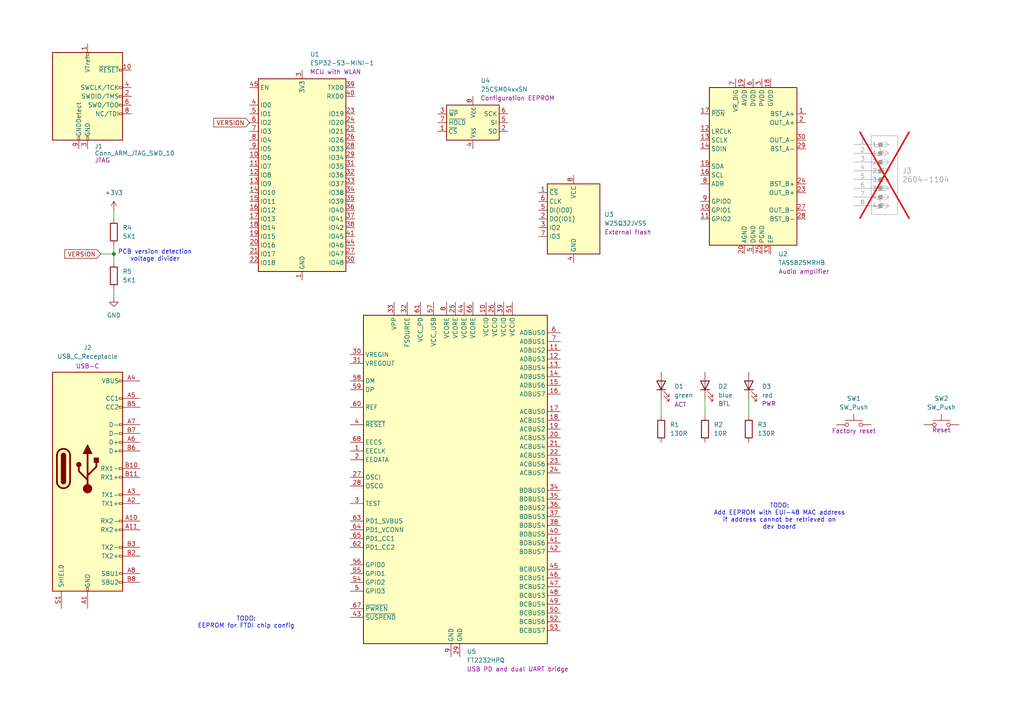
<source format=kicad_sch>
(kicad_sch (version 20231120) (generator "eeschema") (generator_version "8.0")
  (paper "A4")
  (title_block (title "soundbox"))
  (lib_symbols
    (symbol "Amplifier_Audio:TAS5825MRHB"
      (property "Reference" "U" (at -11.43 24.13 0))
      (property "Value" "TAS5825MRHB" (at 13.97 24.13 0))
      (symbol "TAS5825MRHB_0_1"
        (rectangle (start -12.7 22.86) (end 12.7 -22.86) (stroke (width 0.254)) (fill (type background)))
      )
      (symbol "TAS5825MRHB_1_1"
        (pin passive line (at 15.24 15.24 180) (length 2.54) (name "BST_A+") (number "1"))
        (pin bidirectional line (at -15.24 -12.7 0) (length 2.54) (name "GPIO1") (number "10"))
        (pin bidirectional line (at -15.24 -15.24 0) (length 2.54) (name "GPIO2") (number "11"))
        (pin input line (at -15.24 10.16 0) (length 2.54) (name "LRCLK") (number "12"))
        (pin input line (at -15.24 7.62 0) (length 2.54) (name "SCLK") (number "13"))
        (pin input line (at -15.24 5.08 0) (length 2.54) (name "SDIN") (number "14"))
        (pin bidirectional line (at -15.24 0 0) (length 2.54) (name "SDA") (number "15"))
        (pin input line (at -15.24 -2.54 0) (length 2.54) (name "SCL") (number "16"))
        (pin input line (at -15.24 15.24 0) (length 2.54) (name "~{PDN}") (number "17"))
        (pin passive line (at 5.08 25.4 270) (length 2.54) (name "GVDD") (number "18"))
        (pin passive line (at -2.54 25.4 270) (length 2.54) (name "AVDD") (number "19"))
        (pin output line (at 15.24 12.7 180) (length 2.54) (name "OUT_A+") (number "2"))
        (pin power_in line (at -2.54 -25.4 90) (length 2.54) (name "AGND") (number "20"))
        (pin passive line (at 2.54 25.4 270) (length 2.54) hide (name "PVDD") (number "21"))
        (pin passive line (at 2.54 25.4 270) (length 2.54) hide (name "PVDD") (number "22"))
        (pin output line (at 15.24 -7.62 180) (length 2.54) (name "OUT_B+") (number "23"))
        (pin passive line (at 15.24 -5.08 180) (length 2.54) (name "BST_B+") (number "24"))
        (pin power_in line (at 2.54 -25.4 90) (length 2.54) (name "PGND") (number "25"))
        (pin passive line (at 2.54 -25.4 90) (length 2.54) hide (name "PGND") (number "26"))
        (pin output line (at 15.24 -12.7 180) (length 2.54) (name "OUT_B-") (number "27"))
        (pin passive line (at 15.24 -15.24 180) (length 2.54) (name "BST_B-") (number "28"))
        (pin passive line (at 15.24 5.08 180) (length 2.54) (name "BST_A-") (number "29"))
        (pin power_in line (at 2.54 25.4 270) (length 2.54) (name "PVDD") (number "3"))
        (pin output line (at 15.24 7.62 180) (length 2.54) (name "OUT_A-") (number "30"))
        (pin passive line (at 2.54 -25.4 90) (length 2.54) hide (name "PGND") (number "31"))
        (pin passive line (at 2.54 -25.4 90) (length 2.54) hide (name "PGND") (number "32"))
        (pin passive line (at 5.08 -25.4 90) (length 2.54) (name "EP") (number "33"))
        (pin passive line (at 2.54 25.4 270) (length 2.54) hide (name "PVDD") (number "4"))
        (pin power_in line (at 0 -25.4 90) (length 2.54) (name "DGND") (number "5"))
        (pin power_in line (at 0 25.4 270) (length 2.54) (name "DVDD") (number "6"))
        (pin passive line (at -5.08 25.4 270) (length 2.54) (name "VR_DIG") (number "7"))
        (pin passive line (at -15.24 -5.08 0) (length 2.54) (name "ADR") (number "8"))
        (pin bidirectional line (at -15.24 -10.16 0) (length 2.54) (name "GPIO0") (number "9"))
      )
    )
    (symbol "Connector:Conn_ARM_JTAG_SWD_10" (pin_names (offset 1.016))
      (property "Reference" "J" (at -2.54 16.51 0))
      (property "Value" "Conn_ARM_JTAG_SWD_10" (at -2.54 13.97 0))
      (symbol "Conn_ARM_JTAG_SWD_10_0_1"
        (rectangle (start -10.16 12.7) (end 10.16 -12.7) (stroke (width 0.254)) (fill (type background)))
        (rectangle (start -2.794 -12.7) (end -2.286 -11.684))
        (rectangle (start -0.254 -12.7) (end 0.254 -11.684))
        (rectangle (start -0.254 12.7) (end 0.254 11.684))
        (rectangle (start 9.144 2.286) (end 10.16 2.794))
        (rectangle (start 10.16 -2.794) (end 9.144 -2.286))
        (rectangle (start 10.16 -0.254) (end 9.144 0.254))
        (rectangle (start 10.16 7.874) (end 9.144 7.366))
      )
      (symbol "Conn_ARM_JTAG_SWD_10_1_1"
        (rectangle (start 9.144 -5.334) (end 10.16 -4.826))
        (pin power_in line (at 0 15.24 270) (length 2.54) (name "VTref") (number "1"))
        (pin open_collector line (at 12.7 7.62 180) (length 2.54) (name "~{RESET}") (number "10"))
        (pin bidirectional line (at 12.7 0 180) (length 2.54) (name "SWDIO/TMS") (number "2"))
        (pin power_in line (at 0 -15.24 90) (length 2.54) (name "GND") (number "3"))
        (pin output line (at 12.7 2.54 180) (length 2.54) (name "SWCLK/TCK") (number "4"))
        (pin passive line (at 0 -15.24 90) (length 2.54) hide (name "GND") (number "5"))
        (pin input line (at 12.7 -2.54 180) (length 2.54) (name "SWO/TDO") (number "6"))
        (pin no_connect line (at -10.16 0 0) (length 2.54) hide (name "KEY") (number "7"))
        (pin output line (at 12.7 -5.08 180) (length 2.54) (name "NC/TDI") (number "8"))
        (pin passive line (at -2.54 -15.24 90) (length 2.54) (name "GNDDetect") (number "9"))
      )
    )
    (symbol "Connector:USB_C_Receptacle" (pin_names (offset 1.016))
      (property "Reference" "J" (at -10.16 29.21 0))
      (property "Value" "USB_C_Receptacle" (at 10.16 29.21 0))
      (symbol "USB_C_Receptacle_0_0"
        (rectangle (start -0.254 -35.56) (end 0.254 -34.544))
        (rectangle (start 10.16 -32.766) (end 9.144 -33.274))
        (rectangle (start 10.16 -30.226) (end 9.144 -30.734))
        (rectangle (start 10.16 -25.146) (end 9.144 -25.654))
        (rectangle (start 10.16 -22.606) (end 9.144 -23.114))
        (rectangle (start 10.16 -17.526) (end 9.144 -18.034))
        (rectangle (start 10.16 -14.986) (end 9.144 -15.494))
        (rectangle (start 10.16 -9.906) (end 9.144 -10.414))
        (rectangle (start 10.16 -7.366) (end 9.144 -7.874))
        (rectangle (start 10.16 -2.286) (end 9.144 -2.794))
        (rectangle (start 10.16 0.254) (end 9.144 -0.254))
        (rectangle (start 10.16 5.334) (end 9.144 4.826))
        (rectangle (start 10.16 7.874) (end 9.144 7.366))
        (rectangle (start 10.16 10.414) (end 9.144 9.906))
        (rectangle (start 10.16 12.954) (end 9.144 12.446))
        (rectangle (start 10.16 18.034) (end 9.144 17.526))
        (rectangle (start 10.16 20.574) (end 9.144 20.066))
        (rectangle (start 10.16 25.654) (end 9.144 25.146))
      )
      (symbol "USB_C_Receptacle_0_1"
        (rectangle (start -10.16 27.94) (end 10.16 -35.56) (stroke (width 0.254)) (fill (type background)))
        (arc (start -8.89 -3.81) (mid -6.985 -5.7067) (end -5.08 -3.81) (stroke (width 0.508)))
        (arc (start -7.62 -3.81) (mid -6.985 -4.4423) (end -6.35 -3.81) (stroke (width 0.254)))
        (arc (start -7.62 -3.81) (mid -6.985 -4.4423) (end -6.35 -3.81) (stroke (width 0.254)) (fill (type outline)))
        (rectangle (start -7.62 -3.81) (end -6.35 3.81) (stroke (width 0.254)) (fill (type outline)))
        (arc (start -6.35 3.81) (mid -6.985 4.4423) (end -7.62 3.81) (stroke (width 0.254)))
        (arc (start -6.35 3.81) (mid -6.985 4.4423) (end -7.62 3.81) (stroke (width 0.254)) (fill (type outline)))
        (arc (start -5.08 3.81) (mid -6.985 5.7067) (end -8.89 3.81) (stroke (width 0.508)))
        (polyline (pts (xy -8.89 -3.81) (xy -8.89 3.81)) (stroke (width 0.508)))
        (polyline (pts (xy -5.08 3.81) (xy -5.08 -3.81)) (stroke (width 0.508)))
      )
      (symbol "USB_C_Receptacle_1_1"
        (circle (center -2.54 1.143) (radius 0.635) (stroke (width 0.254)) (fill (type outline)))
        (circle (center 0 -5.842) (radius 1.27) (fill (type outline)))
        (polyline (pts (xy 0 -5.842) (xy 0 4.318)) (stroke (width 0.508)))
        (polyline (pts (xy 0 -3.302) (xy -2.54 -0.762) (xy -2.54 0.508)) (stroke (width 0.508)))
        (polyline (pts (xy 0 -2.032) (xy 2.54 0.508) (xy 2.54 1.778)) (stroke (width 0.508)))
        (polyline (pts (xy -1.27 4.318) (xy 0 6.858) (xy 1.27 4.318) (xy -1.27 4.318)) (stroke (width 0.254)) (fill (type outline)))
        (rectangle (start 1.905 1.778) (end 3.175 3.048) (stroke (width 0.254)) (fill (type outline)))
        (pin passive line (at 0 -40.64 90) (length 5.08) (name "GND") (number "A1"))
        (pin bidirectional line (at 15.24 -15.24 180) (length 5.08) (name "RX2-") (number "A10"))
        (pin bidirectional line (at 15.24 -17.78 180) (length 5.08) (name "RX2+") (number "A11"))
        (pin passive line (at 0 -40.64 90) (length 5.08) hide (name "GND") (number "A12"))
        (pin bidirectional line (at 15.24 -10.16 180) (length 5.08) (name "TX1+") (number "A2"))
        (pin bidirectional line (at 15.24 -7.62 180) (length 5.08) (name "TX1-") (number "A3"))
        (pin passive line (at 15.24 25.4 180) (length 5.08) (name "VBUS") (number "A4"))
        (pin bidirectional line (at 15.24 20.32 180) (length 5.08) (name "CC1") (number "A5"))
        (pin bidirectional line (at 15.24 7.62 180) (length 5.08) (name "D+") (number "A6"))
        (pin bidirectional line (at 15.24 12.7 180) (length 5.08) (name "D-") (number "A7"))
        (pin bidirectional line (at 15.24 -30.48 180) (length 5.08) (name "SBU1") (number "A8"))
        (pin passive line (at 15.24 25.4 180) (length 5.08) hide (name "VBUS") (number "A9"))
        (pin passive line (at 0 -40.64 90) (length 5.08) hide (name "GND") (number "B1"))
        (pin bidirectional line (at 15.24 0 180) (length 5.08) (name "RX1-") (number "B10"))
        (pin bidirectional line (at 15.24 -2.54 180) (length 5.08) (name "RX1+") (number "B11"))
        (pin passive line (at 0 -40.64 90) (length 5.08) hide (name "GND") (number "B12"))
        (pin bidirectional line (at 15.24 -25.4 180) (length 5.08) (name "TX2+") (number "B2"))
        (pin bidirectional line (at 15.24 -22.86 180) (length 5.08) (name "TX2-") (number "B3"))
        (pin passive line (at 15.24 25.4 180) (length 5.08) hide (name "VBUS") (number "B4"))
        (pin bidirectional line (at 15.24 17.78 180) (length 5.08) (name "CC2") (number "B5"))
        (pin bidirectional line (at 15.24 5.08 180) (length 5.08) (name "D+") (number "B6"))
        (pin bidirectional line (at 15.24 10.16 180) (length 5.08) (name "D-") (number "B7"))
        (pin bidirectional line (at 15.24 -33.02 180) (length 5.08) (name "SBU2") (number "B8"))
        (pin passive line (at 15.24 25.4 180) (length 5.08) hide (name "VBUS") (number "B9"))
        (pin passive line (at -7.62 -40.64 90) (length 5.08) (name "SHIELD") (number "S1"))
      )
    )
    (symbol "Device:LED" (pin_numbers hide) (pin_names (offset 1.016) hide)
      (property "Reference" "D" (at 0 2.54 0))
      (property "Value" "LED" (at 0 -2.54 0))
      (symbol "LED_0_1"
        (polyline (pts (xy -1.27 -1.27) (xy -1.27 1.27)) (stroke (width 0.254)))
        (polyline (pts (xy -1.27 0) (xy 1.27 0)))
        (polyline (pts (xy 1.27 -1.27) (xy 1.27 1.27) (xy -1.27 0) (xy 1.27 -1.27)) (stroke (width 0.254)))
        (polyline (pts (xy -3.048 -0.762) (xy -4.572 -2.286) (xy -3.81 -2.286) (xy -4.572 -2.286) (xy -4.572 -1.524)))
        (polyline (pts (xy -1.778 -0.762) (xy -3.302 -2.286) (xy -2.54 -2.286) (xy -3.302 -2.286) (xy -3.302 -1.524)))
      )
      (symbol "LED_1_1"
        (pin passive line (at -3.81 0 0) (length 2.54) (name "K") (number "1"))
        (pin passive line (at 3.81 0 180) (length 2.54) (name "A") (number "2"))
      )
    )
    (symbol "Device:R" (pin_numbers hide) (pin_names (offset 0))
      (property "Reference" "R" (at 2.032 0 90))
      (property "Value" "R" (at 0 0 90))
      (symbol "R_0_1"
        (rectangle (start -1.016 -2.54) (end 1.016 2.54) (stroke (width 0.254)))
      )
      (symbol "R_1_1"
        (pin passive line (at 0 3.81 270) (length 1.27) (name "~") (number "1"))
        (pin passive line (at 0 -3.81 90) (length 1.27) (name "~") (number "2"))
      )
    )
    (symbol "Memory_EEPROM:25CSM04xxSN"
      (property "Reference" "U3" (at 1.9559 8.89 0))
      (property "Value" "25CSM04xxSN" (at 1.9559 6.35 0))
      (symbol "25CSM04xxSN_1_1"
        (rectangle (start -7.62 5.08) (end 7.62 -5.08) (stroke (width 0.254)) (fill (type background)))
        (pin input line (at -10.16 -2.54 0) (length 2.54) (name "~{CS}") (number "1"))
        (pin tri_state line (at 10.16 -2.54 180) (length 2.54) (name "SO") (number "2"))
        (pin input line (at -10.16 2.54 0) (length 2.54) (name "~{WP}") (number "3"))
        (pin power_in line (at 0 -7.62 90) (length 2.54) (name "V_{SS}") (number "4"))
        (pin input line (at 10.16 0 180) (length 2.54) (name "SI") (number "5"))
        (pin input line (at 10.16 2.54 180) (length 2.54) (name "SCK") (number "6"))
        (pin input line (at -10.16 0 0) (length 2.54) (name "~{HOLD}") (number "7"))
        (pin power_in line (at 0 7.62 270) (length 2.54) (name "V_{CC}") (number "8"))
      )
    )
    (symbol "Memory_Flash:W25Q32JVSS"
      (property "Reference" "U" (at -6.35 11.43 0))
      (property "Value" "W25Q32JVSS" (at 7.62 11.43 0))
      (symbol "W25Q32JVSS_0_1"
        (rectangle (start -7.62 10.16) (end 7.62 -10.16) (stroke (width 0.254)) (fill (type background)))
      )
      (symbol "W25Q32JVSS_1_1"
        (pin input line (at -10.16 7.62 0) (length 2.54) (name "~{CS}") (number "1"))
        (pin bidirectional line (at -10.16 0 0) (length 2.54) (name "DO(IO1)") (number "2"))
        (pin bidirectional line (at -10.16 -2.54 0) (length 2.54) (name "IO2") (number "3"))
        (pin power_in line (at 0 -12.7 90) (length 2.54) (name "GND") (number "4"))
        (pin bidirectional line (at -10.16 2.54 0) (length 2.54) (name "DI(IO0)") (number "5"))
        (pin input line (at -10.16 5.08 0) (length 2.54) (name "CLK") (number "6"))
        (pin bidirectional line (at -10.16 -5.08 0) (length 2.54) (name "IO3") (number "7"))
        (pin power_in line (at 0 12.7 270) (length 2.54) (name "VCC") (number "8"))
      )
    )
    (symbol "RF_Module:ESP32-S3-MINI-1"
      (property "Reference" "U" (at -11.43 29.21 0))
      (property "Value" "ESP32-S3-MINI-1" (at 12.7 29.21 0))
      (symbol "ESP32-S3-MINI-1_0_1"
        (rectangle (start -12.7 27.94) (end 12.7 -27.94) (stroke (width 0.254)) (fill (type background)))
      )
      (symbol "ESP32-S3-MINI-1_1_1"
        (pin power_in line (at 0 -30.48 90) (length 2.54) (name "GND") (number "1"))
        (pin bidirectional line (at -15.24 5.08 0) (length 2.54) (name "IO6") (number "10"))
        (pin bidirectional line (at -15.24 2.54 0) (length 2.54) (name "IO7") (number "11"))
        (pin bidirectional line (at -15.24 0 0) (length 2.54) (name "IO8") (number "12"))
        (pin bidirectional line (at -15.24 -2.54 0) (length 2.54) (name "IO9") (number "13"))
        (pin bidirectional line (at -15.24 -5.08 0) (length 2.54) (name "IO10") (number "14"))
        (pin bidirectional line (at -15.24 -7.62 0) (length 2.54) (name "IO11") (number "15"))
        (pin bidirectional line (at -15.24 -10.16 0) (length 2.54) (name "IO12") (number "16"))
        (pin bidirectional line (at -15.24 -12.7 0) (length 2.54) (name "IO13") (number "17"))
        (pin bidirectional line (at -15.24 -15.24 0) (length 2.54) (name "IO14") (number "18"))
        (pin bidirectional line (at -15.24 -17.78 0) (length 2.54) (name "IO15") (number "19"))
        (pin passive line (at 0 -30.48 90) (length 2.54) hide (name "GND") (number "2"))
        (pin bidirectional line (at -15.24 -20.32 0) (length 2.54) (name "IO16") (number "20"))
        (pin bidirectional line (at -15.24 -22.86 0) (length 2.54) (name "IO17") (number "21"))
        (pin bidirectional line (at -15.24 -25.4 0) (length 2.54) (name "IO18") (number "22"))
        (pin bidirectional line (at 15.24 17.78 180) (length 2.54) (name "IO19") (number "23"))
        (pin bidirectional line (at 15.24 15.24 180) (length 2.54) (name "IO20") (number "24"))
        (pin bidirectional line (at 15.24 12.7 180) (length 2.54) (name "IO21") (number "25"))
        (pin bidirectional line (at 15.24 10.16 180) (length 2.54) (name "IO26") (number "26"))
        (pin bidirectional line (at 15.24 -22.86 180) (length 2.54) (name "IO47") (number "27"))
        (pin bidirectional line (at 15.24 7.62 180) (length 2.54) (name "IO33") (number "28"))
        (pin bidirectional line (at 15.24 5.08 180) (length 2.54) (name "IO34") (number "29"))
        (pin power_in line (at 0 30.48 270) (length 2.54) (name "3V3") (number "3"))
        (pin bidirectional line (at 15.24 -25.4 180) (length 2.54) (name "IO48") (number "30"))
        (pin bidirectional line (at 15.24 2.54 180) (length 2.54) (name "IO35") (number "31"))
        (pin bidirectional line (at 15.24 0 180) (length 2.54) (name "IO36") (number "32"))
        (pin bidirectional line (at 15.24 -2.54 180) (length 2.54) (name "IO37") (number "33"))
        (pin bidirectional line (at 15.24 -5.08 180) (length 2.54) (name "IO38") (number "34"))
        (pin bidirectional line (at 15.24 -7.62 180) (length 2.54) (name "IO39") (number "35"))
        (pin bidirectional line (at 15.24 -10.16 180) (length 2.54) (name "IO40") (number "36"))
        (pin bidirectional line (at 15.24 -12.7 180) (length 2.54) (name "IO41") (number "37"))
        (pin bidirectional line (at 15.24 -15.24 180) (length 2.54) (name "IO42") (number "38"))
        (pin bidirectional line (at 15.24 25.4 180) (length 2.54) (name "TXD0") (number "39"))
        (pin bidirectional line (at -15.24 20.32 0) (length 2.54) (name "IO0") (number "4"))
        (pin bidirectional line (at 15.24 22.86 180) (length 2.54) (name "RXD0") (number "40"))
        (pin bidirectional line (at 15.24 -17.78 180) (length 2.54) (name "IO45") (number "41"))
        (pin passive line (at 0 -30.48 90) (length 2.54) hide (name "GND") (number "42"))
        (pin passive line (at 0 -30.48 90) (length 2.54) hide (name "GND") (number "43"))
        (pin bidirectional line (at 15.24 -20.32 180) (length 2.54) (name "IO46") (number "44"))
        (pin input line (at -15.24 25.4 0) (length 2.54) (name "EN") (number "45"))
        (pin passive line (at 0 -30.48 90) (length 2.54) hide (name "GND") (number "46"))
        (pin passive line (at 0 -30.48 90) (length 2.54) hide (name "GND") (number "47"))
        (pin passive line (at 0 -30.48 90) (length 2.54) hide (name "GND") (number "48"))
        (pin passive line (at 0 -30.48 90) (length 2.54) hide (name "GND") (number "49"))
        (pin bidirectional line (at -15.24 17.78 0) (length 2.54) (name "IO1") (number "5"))
        (pin passive line (at 0 -30.48 90) (length 2.54) hide (name "GND") (number "50"))
        (pin passive line (at 0 -30.48 90) (length 2.54) hide (name "GND") (number "51"))
        (pin passive line (at 0 -30.48 90) (length 2.54) hide (name "GND") (number "52"))
        (pin passive line (at 0 -30.48 90) (length 2.54) hide (name "GND") (number "53"))
        (pin passive line (at 0 -30.48 90) (length 2.54) hide (name "GND") (number "54"))
        (pin passive line (at 0 -30.48 90) (length 2.54) hide (name "GND") (number "55"))
        (pin passive line (at 0 -30.48 90) (length 2.54) hide (name "GND") (number "56"))
        (pin passive line (at 0 -30.48 90) (length 2.54) hide (name "GND") (number "57"))
        (pin passive line (at 0 -30.48 90) (length 2.54) hide (name "GND") (number "58"))
        (pin passive line (at 0 -30.48 90) (length 2.54) hide (name "GND") (number "59"))
        (pin bidirectional line (at -15.24 15.24 0) (length 2.54) (name "IO2") (number "6"))
        (pin passive line (at 0 -30.48 90) (length 2.54) hide (name "GND") (number "60"))
        (pin passive line (at 0 -30.48 90) (length 2.54) hide (name "GND") (number "61"))
        (pin passive line (at 0 -30.48 90) (length 2.54) hide (name "GND") (number "62"))
        (pin passive line (at 0 -30.48 90) (length 2.54) hide (name "GND") (number "63"))
        (pin passive line (at 0 -30.48 90) (length 2.54) hide (name "GND") (number "64"))
        (pin passive line (at 0 -30.48 90) (length 2.54) hide (name "GND") (number "65"))
        (pin bidirectional line (at -15.24 12.7 0) (length 2.54) (name "IO3") (number "7"))
        (pin bidirectional line (at -15.24 10.16 0) (length 2.54) (name "IO4") (number "8"))
        (pin bidirectional line (at -15.24 7.62 0) (length 2.54) (name "IO5") (number "9"))
      )
    )
    (symbol "Switch:SW_Push" (pin_numbers hide) (pin_names (offset 1.016) hide)
      (property "Reference" "SW" (at 1.27 2.54 0))
      (property "Value" "SW_Push" (at 0 -1.524 0))
      (symbol "SW_Push_0_1"
        (circle (center -2.032 0) (radius 0.508))
        (polyline (pts (xy 0 1.27) (xy 0 3.048)))
        (polyline (pts (xy 2.54 1.27) (xy -2.54 1.27)))
        (circle (center 2.032 0) (radius 0.508))
        (pin passive line (at -5.08 0 0) (length 2.54) (name "1") (number "1"))
        (pin passive line (at 5.08 0 180) (length 2.54) (name "2") (number "2"))
      )
    )
    (symbol "Ultra_Librarian:2604-1104" (pin_names (offset 0.254))
      (property "Reference" "J" (at 8.89 6.35 0))
      (property "Value" "2604-1104" (at 0 0 0))
      (symbol "2604-1104_1_1"
        (polyline (pts (xy 5.08 -20.32) (xy 12.7 -20.32)) (stroke (width 0.127)))
        (polyline (pts (xy 5.08 2.54) (xy 5.08 -20.32)) (stroke (width 0.127)))
        (polyline (pts (xy 7.62 -15.24) (xy 7.62 -17.78)) (stroke (width 0.127)))
        (polyline (pts (xy 7.62 -10.16) (xy 7.62 -12.7)) (stroke (width 0.127)))
        (polyline (pts (xy 7.62 -5.08) (xy 7.62 -7.62)) (stroke (width 0.127)))
        (polyline (pts (xy 7.62 0) (xy 7.62 -2.54)) (stroke (width 0.127)))
        (polyline (pts (xy 10.16 -17.78) (xy 5.08 -17.78)) (stroke (width 0.127)))
        (polyline (pts (xy 10.16 -17.78) (xy 8.89 -18.6267)) (stroke (width 0.127)))
        (polyline (pts (xy 10.16 -17.78) (xy 8.89 -16.9333)) (stroke (width 0.127)))
        (polyline (pts (xy 10.16 -15.24) (xy 5.08 -15.24)) (stroke (width 0.127)))
        (polyline (pts (xy 10.16 -15.24) (xy 8.89 -16.0867)) (stroke (width 0.127)))
        (polyline (pts (xy 10.16 -15.24) (xy 8.89 -14.3933)) (stroke (width 0.127)))
        (polyline (pts (xy 10.16 -12.7) (xy 5.08 -12.7)) (stroke (width 0.127)))
        (polyline (pts (xy 10.16 -12.7) (xy 8.89 -13.5467)) (stroke (width 0.127)))
        (polyline (pts (xy 10.16 -12.7) (xy 8.89 -11.8533)) (stroke (width 0.127)))
        (polyline (pts (xy 10.16 -10.16) (xy 5.08 -10.16)) (stroke (width 0.127)))
        (polyline (pts (xy 10.16 -10.16) (xy 8.89 -11.0067)) (stroke (width 0.127)))
        (polyline (pts (xy 10.16 -10.16) (xy 8.89 -9.3133)) (stroke (width 0.127)))
        (polyline (pts (xy 10.16 -7.62) (xy 5.08 -7.62)) (stroke (width 0.127)))
        (polyline (pts (xy 10.16 -7.62) (xy 8.89 -8.4667)) (stroke (width 0.127)))
        (polyline (pts (xy 10.16 -7.62) (xy 8.89 -6.7733)) (stroke (width 0.127)))
        (polyline (pts (xy 10.16 -5.08) (xy 5.08 -5.08)) (stroke (width 0.127)))
        (polyline (pts (xy 10.16 -5.08) (xy 8.89 -5.9267)) (stroke (width 0.127)))
        (polyline (pts (xy 10.16 -5.08) (xy 8.89 -4.2333)) (stroke (width 0.127)))
        (polyline (pts (xy 10.16 -2.54) (xy 5.08 -2.54)) (stroke (width 0.127)))
        (polyline (pts (xy 10.16 -2.54) (xy 8.89 -3.3867)) (stroke (width 0.127)))
        (polyline (pts (xy 10.16 -2.54) (xy 8.89 -1.6933)) (stroke (width 0.127)))
        (polyline (pts (xy 10.16 0) (xy 5.08 0)) (stroke (width 0.127)))
        (polyline (pts (xy 10.16 0) (xy 8.89 -0.8467)) (stroke (width 0.127)))
        (polyline (pts (xy 10.16 0) (xy 8.89 0.8467)) (stroke (width 0.127)))
        (polyline (pts (xy 12.7 -20.32) (xy 12.7 2.54)) (stroke (width 0.127)))
        (polyline (pts (xy 12.7 2.54) (xy 5.08 2.54)) (stroke (width 0.127)))
        (circle (center 7.62 -17.78) (radius 0.127) (stroke (width 0.508)))
        (circle (center 7.62 -15.24) (radius 0.127) (stroke (width 0.508)))
        (circle (center 7.62 -12.7) (radius 0.127) (stroke (width 0.508)))
        (circle (center 7.62 -10.16) (radius 0.127) (stroke (width 0.508)))
        (circle (center 7.62 -7.62) (radius 0.127) (stroke (width 0.508)))
        (circle (center 7.62 -5.08) (radius 0.127) (stroke (width 0.508)))
        (circle (center 7.62 -2.54) (radius 0.127) (stroke (width 0.508)))
        (circle (center 7.62 0) (radius 0.127) (stroke (width 0.508)))
        (pin unspecified line (at 0 0 0) (length 5.08) (name "1_1") (number "1"))
        (pin unspecified line (at 0 -2.54 0) (length 5.08) (name "1_2") (number "2"))
        (pin unspecified line (at 0 -5.08 0) (length 5.08) (name "2_1") (number "3"))
        (pin unspecified line (at 0 -7.62 0) (length 5.08) (name "2_2") (number "4"))
        (pin unspecified line (at 0 -10.16 0) (length 5.08) (name "3_1") (number "5"))
        (pin unspecified line (at 0 -12.7 0) (length 5.08) (name "3_2") (number "6"))
        (pin unspecified line (at 0 -15.24 0) (length 5.08) (name "4_1") (number "7"))
        (pin unspecified line (at 0 -17.78 0) (length 5.08) (name "4_2") (number "8"))
      )
      (symbol "2604-1104_1_2"
        (polyline (pts (xy 5.08 -20.32) (xy 12.7 -20.32)) (stroke (width 0.127)))
        (polyline (pts (xy 5.08 2.54) (xy 5.08 -20.32)) (stroke (width 0.127)))
        (polyline (pts (xy 7.62 -15.24) (xy 7.62 -17.78)) (stroke (width 0.127)))
        (polyline (pts (xy 7.62 -10.16) (xy 7.62 -12.7)) (stroke (width 0.127)))
        (polyline (pts (xy 7.62 -5.08) (xy 7.62 -7.62)) (stroke (width 0.127)))
        (polyline (pts (xy 7.62 0) (xy 7.62 -2.54)) (stroke (width 0.127)))
        (polyline (pts (xy 10.16 -17.78) (xy 5.08 -17.78)) (stroke (width 0.127)))
        (polyline (pts (xy 10.16 -17.78) (xy 8.89 -18.6267)) (stroke (width 0.127)))
        (polyline (pts (xy 10.16 -17.78) (xy 8.89 -16.9333)) (stroke (width 0.127)))
        (polyline (pts (xy 10.16 -15.24) (xy 5.08 -15.24)) (stroke (width 0.127)))
        (polyline (pts (xy 10.16 -15.24) (xy 8.89 -16.0867)) (stroke (width 0.127)))
        (polyline (pts (xy 10.16 -15.24) (xy 8.89 -14.3933)) (stroke (width 0.127)))
        (polyline (pts (xy 10.16 -12.7) (xy 5.08 -12.7)) (stroke (width 0.127)))
        (polyline (pts (xy 10.16 -12.7) (xy 8.89 -13.5467)) (stroke (width 0.127)))
        (polyline (pts (xy 10.16 -12.7) (xy 8.89 -11.8533)) (stroke (width 0.127)))
        (polyline (pts (xy 10.16 -10.16) (xy 5.08 -10.16)) (stroke (width 0.127)))
        (polyline (pts (xy 10.16 -10.16) (xy 8.89 -11.0067)) (stroke (width 0.127)))
        (polyline (pts (xy 10.16 -10.16) (xy 8.89 -9.3133)) (stroke (width 0.127)))
        (polyline (pts (xy 10.16 -7.62) (xy 5.08 -7.62)) (stroke (width 0.127)))
        (polyline (pts (xy 10.16 -7.62) (xy 8.89 -8.4667)) (stroke (width 0.127)))
        (polyline (pts (xy 10.16 -7.62) (xy 8.89 -6.7733)) (stroke (width 0.127)))
        (polyline (pts (xy 10.16 -5.08) (xy 5.08 -5.08)) (stroke (width 0.127)))
        (polyline (pts (xy 10.16 -5.08) (xy 8.89 -5.9267)) (stroke (width 0.127)))
        (polyline (pts (xy 10.16 -5.08) (xy 8.89 -4.2333)) (stroke (width 0.127)))
        (polyline (pts (xy 10.16 -2.54) (xy 5.08 -2.54)) (stroke (width 0.127)))
        (polyline (pts (xy 10.16 -2.54) (xy 8.89 -3.3867)) (stroke (width 0.127)))
        (polyline (pts (xy 10.16 -2.54) (xy 8.89 -1.6933)) (stroke (width 0.127)))
        (polyline (pts (xy 10.16 0) (xy 5.08 0)) (stroke (width 0.127)))
        (polyline (pts (xy 10.16 0) (xy 8.89 -0.8467)) (stroke (width 0.127)))
        (polyline (pts (xy 10.16 0) (xy 8.89 0.8467)) (stroke (width 0.127)))
        (polyline (pts (xy 12.7 -20.32) (xy 12.7 2.54)) (stroke (width 0.127)))
        (polyline (pts (xy 12.7 2.54) (xy 5.08 2.54)) (stroke (width 0.127)))
        (circle (center 7.62 -17.78) (radius 0.127) (stroke (width 0.508)))
        (circle (center 7.62 -15.24) (radius 0.127) (stroke (width 0.508)))
        (circle (center 7.62 -12.7) (radius 0.127) (stroke (width 0.508)))
        (circle (center 7.62 -10.16) (radius 0.127) (stroke (width 0.508)))
        (circle (center 7.62 -7.62) (radius 0.127) (stroke (width 0.508)))
        (circle (center 7.62 -5.08) (radius 0.127) (stroke (width 0.508)))
        (circle (center 7.62 -2.54) (radius 0.127) (stroke (width 0.508)))
        (circle (center 7.62 0) (radius 0.127) (stroke (width 0.508)))
        (pin unspecified line (at 0 0 0) (length 5.08) (name "1_1") (number "1"))
        (pin unspecified line (at 0 -2.54 0) (length 5.08) (name "1_2") (number "2"))
        (pin unspecified line (at 0 -5.08 0) (length 5.08) (name "2_1") (number "3"))
        (pin unspecified line (at 0 -7.62 0) (length 5.08) (name "2_2") (number "4"))
        (pin unspecified line (at 0 -10.16 0) (length 5.08) (name "3_1") (number "5"))
        (pin unspecified line (at 0 -12.7 0) (length 5.08) (name "3_2") (number "6"))
        (pin unspecified line (at 0 -15.24 0) (length 5.08) (name "4_1") (number "7"))
        (pin unspecified line (at 0 -17.78 0) (length 5.08) (name "4_2") (number "8"))
      )
    )
    (symbol "power:+3V3" (power) (pin_numbers hide) (pin_names (offset 0) hide)
      (property "Value" "+3V3" (at 0 3.556 0))
      (symbol "+3V3_0_1"
        (polyline (pts (xy -0.762 1.27) (xy 0 2.54)))
        (polyline (pts (xy 0 0) (xy 0 2.54)))
        (polyline (pts (xy 0 2.54) (xy 0.762 1.27)))
      )
      (symbol "+3V3_1_1"
        (pin power_in line (at 0 0 90) (length 0) (name "~") (number "1"))
      )
    )
    (symbol "power:GND" (power) (pin_numbers hide) (pin_names (offset 0) hide)
      (property "Value" "GND" (at 0 -3.81 0))
      (symbol "GND_0_1"
        (polyline (pts (xy 0 0) (xy 0 -1.27) (xy 1.27 -1.27) (xy 0 -2.54) (xy -1.27 -1.27) (xy 0 -1.27)))
      )
      (symbol "GND_1_1"
        (pin power_in line (at 0 0 270) (length 0) (name "~") (number "1"))
      )
    )
    (symbol "xengineering:FT2232HPQ"
      (property "Reference" "U" (at 20.828 52.07 0))
      (property "Value" "FT2232HPQ" (at 25.654 49.53 0))
      (symbol "FT2232HPQ_0_1"
        (rectangle (start -26.67 46.99) (end 26.67 -48.26) (stroke (width 0.254)) (fill (type background)))
      )
      (symbol "FT2232HPQ_1_1"
        (pin output line (at -30.48 7.62 0) (length 3.81) (name "EECLK") (number "1"))
        (pin input line (at 8.89 50.8 270) (length 3.81) (name "VCCIO") (number "10"))
        (pin bidirectional line (at 30.48 36.83 180) (length 3.81) (name "ADBUS2") (number "11"))
        (pin bidirectional line (at 30.48 34.29 180) (length 3.81) (name "ADBUS3") (number "12"))
        (pin bidirectional line (at 30.48 31.75 180) (length 3.81) (name "ADBUS4") (number "13"))
        (pin bidirectional line (at 30.48 29.21 180) (length 3.81) (name "ADBUS5") (number "14"))
        (pin bidirectional line (at 30.48 26.67 180) (length 3.81) (name "ADBUS6") (number "15"))
        (pin bidirectional line (at 30.48 24.13 180) (length 3.81) (name "ADBUS7") (number "16"))
        (pin bidirectional line (at 30.48 19.05 180) (length 3.81) (name "ACBUS0") (number "17"))
        (pin bidirectional line (at 30.48 16.51 180) (length 3.81) (name "ACBUS1") (number "18"))
        (pin bidirectional line (at 30.48 13.97 180) (length 3.81) (name "ACBUS2") (number "19"))
        (pin bidirectional line (at -30.48 5.08 0) (length 3.81) (name "EEDATA") (number "2"))
        (pin bidirectional line (at 30.48 11.43 180) (length 3.81) (name "ACBUS3") (number "20"))
        (pin bidirectional line (at 30.48 8.89 180) (length 3.81) (name "ACBUS4") (number "21"))
        (pin bidirectional line (at 30.48 6.35 180) (length 3.81) (name "ACBUS5") (number "22"))
        (pin bidirectional line (at 30.48 3.81 180) (length 3.81) (name "ACBUS6") (number "23"))
        (pin bidirectional line (at 30.48 1.27 180) (length 3.81) (name "ACBUS7") (number "24"))
        (pin input line (at 0 50.8 270) (length 3.81) (name "VCORE") (number "25"))
        (pin input line (at 11.43 50.8 270) (length 3.81) (name "VCCIO") (number "26"))
        (pin input line (at -30.48 0 0) (length 3.81) (name "OSCI") (number "27"))
        (pin output line (at -30.48 -2.54 0) (length 3.81) (name "OSCO") (number "28"))
        (pin input line (at 1.27 -52.07 90) (length 3.81) (name "GND") (number "29"))
        (pin input line (at -30.48 -7.62 0) (length 3.81) (name "TEST") (number "3"))
        (pin input line (at -30.48 35.56 0) (length 3.81) (name "VREGIN") (number "30"))
        (pin output line (at -30.48 33.02 0) (length 3.81) (name "VREGOUT") (number "31"))
        (pin input line (at -13.97 50.8 270) (length 3.81) (name "FSOURCE") (number "32"))
        (pin input line (at -17.78 50.8 270) (length 3.81) (name "VPP") (number "33"))
        (pin bidirectional line (at 30.48 -3.81 180) (length 3.81) (name "BDBUS0") (number "34"))
        (pin bidirectional line (at 30.48 -6.35 180) (length 3.81) (name "BDBUS1") (number "35"))
        (pin bidirectional line (at 30.48 -8.89 180) (length 3.81) (name "BDBUS2") (number "36"))
        (pin bidirectional line (at 30.48 -11.43 180) (length 3.81) (name "BDBUS3") (number "37"))
        (pin bidirectional line (at 30.48 -13.97 180) (length 3.81) (name "BDBUS4") (number "38"))
        (pin input line (at 13.97 50.8 270) (length 3.81) (name "VCCIO") (number "39"))
        (pin input line (at -30.48 15.24 0) (length 3.81) (name "~{RESET}") (number "4"))
        (pin bidirectional line (at 30.48 -16.51 180) (length 3.81) (name "BDBUS5") (number "40"))
        (pin bidirectional line (at 30.48 -19.05 180) (length 3.81) (name "BDBUS6") (number "41"))
        (pin bidirectional line (at 30.48 -21.59 180) (length 3.81) (name "BDBUS7") (number "42"))
        (pin output line (at -30.48 -40.64 0) (length 3.81) (name "~{SUSPEND}") (number "43"))
        (pin input line (at 2.54 50.8 270) (length 3.81) (name "VCORE") (number "44"))
        (pin bidirectional line (at 30.48 -26.67 180) (length 3.81) (name "BCBUS0") (number "45"))
        (pin bidirectional line (at 30.48 -29.21 180) (length 3.81) (name "BCBUS1") (number "46"))
        (pin bidirectional line (at 30.48 -31.75 180) (length 3.81) (name "BCBUS2") (number "47"))
        (pin bidirectional line (at 30.48 -34.29 180) (length 3.81) (name "BCBUS3") (number "48"))
        (pin bidirectional line (at 30.48 -36.83 180) (length 3.81) (name "BCBUS4") (number "49"))
        (pin bidirectional line (at -30.48 -33.02 0) (length 3.81) (name "GPIO3") (number "5"))
        (pin bidirectional line (at 30.48 -39.37 180) (length 3.81) (name "BCBUS5") (number "50"))
        (pin input line (at 16.51 50.8 270) (length 3.81) (name "VCCIO") (number "51"))
        (pin bidirectional line (at 30.48 -41.91 180) (length 3.81) (name "BCBUS6") (number "52"))
        (pin bidirectional line (at 30.48 -44.45 180) (length 3.81) (name "BCBUS7") (number "53"))
        (pin bidirectional line (at -30.48 -30.48 0) (length 3.81) (name "GPIO2") (number "54"))
        (pin bidirectional line (at -30.48 -27.94 0) (length 3.81) (name "GPIO1") (number "55"))
        (pin bidirectional line (at -30.48 -25.4 0) (length 3.81) (name "GPIO0") (number "56"))
        (pin input line (at -6.35 50.8 270) (length 3.81) (name "VCC_USB") (number "57"))
        (pin bidirectional line (at -30.48 27.94 0) (length 3.81) (name "DM") (number "58"))
        (pin bidirectional line (at -30.48 25.4 0) (length 3.81) (name "DP") (number "59"))
        (pin bidirectional line (at 30.48 41.91 180) (length 3.81) (name "ADBUS0") (number "6"))
        (pin input line (at -30.48 20.32 0) (length 3.81) (name "REF") (number "60"))
        (pin input line (at -10.16 50.8 270) (length 3.81) (name "VCC_PD") (number "61"))
        (pin bidirectional line (at -30.48 -20.32 0) (length 3.81) (name "PD1_CC2") (number "62"))
        (pin input line (at -30.48 -12.7 0) (length 3.81) (name "PD1_SVBUS") (number "63"))
        (pin input line (at -30.48 -15.24 0) (length 3.81) (name "PD1_VCONN") (number "64"))
        (pin bidirectional line (at -30.48 -17.78 0) (length 3.81) (name "PD1_CC1") (number "65"))
        (pin input line (at 5.08 50.8 270) (length 3.81) (name "VCORE") (number "66"))
        (pin output line (at -30.48 -38.1 0) (length 3.81) (name "~{PWREN}") (number "67"))
        (pin bidirectional line (at -30.48 10.16 0) (length 3.81) (name "EECS") (number "68"))
        (pin bidirectional line (at 30.48 39.37 180) (length 3.81) (name "ADBUS1") (number "7"))
        (pin input line (at -2.54 50.8 270) (length 3.81) (name "VCORE") (number "8"))
        (pin input line (at -1.27 -52.07 90) (length 3.81) (name "GND") (number "9"))
      )
    )
  )
  (junction (at 33.02 73.66))
  (wire (pts (xy 191.77 115.57) (xy 191.77 120.65)))
  (wire (pts (xy 29.21 73.66) (xy 33.02 73.66)))
  (wire (pts (xy 33.02 73.66) (xy 33.02 76.2)))
  (wire (pts (xy 33.02 71.12) (xy 33.02 73.66)))
  (wire (pts (xy 33.02 83.82) (xy 33.02 86.36)))
  (wire (pts (xy 33.02 60.96) (xy 33.02 63.5)))
  (wire (pts (xy 204.47 115.57) (xy 204.47 120.65)))
  (wire (pts (xy 217.17 115.57) (xy 217.17 120.65)))
  (text "TODO:\nAdd EEPROM with EUI-48 MAC address\nif address cannot be retrieved on\ndev board" (at 226.06 149.86 0) (effects (font (size 1.27 1.27))))
  (text "TODO:\nEEPROM for FTDI chip config" (at 71.374 180.594 0) (effects (font (size 1.27 1.27))))
  (text "PCB version detection\nvoltage divider" (at 44.958 74.168 0) (effects (font (size 1.27 1.27))))
  (global_label "VERSION" (shape input) (at 29.21 73.66 180) (property "Intersheetrefs" "${INTERSHEET_REFS}" (effects (hide yes))))
  (global_label "VERSION" (shape input) (at 72.39 35.56 180) (property "Intersheetrefs" "${INTERSHEET_REFS}" (effects (hide yes))))
  (symbol (lib_id "power:GND") (at 33.02 86.36 0) (unit 1)
    (property "Reference" "#PWR01" (effects (hide yes)))
    (property "Value" "GND" (at 33.02 91.44 0))
    (property "Description" "Power symbol creates a global label with name \"GND\" , ground" (effects (hide yes)))
  )
  (symbol (lib_id "RF_Module:ESP32-S3-MINI-1") (at 87.63 50.8 0) (unit 1)
    (property "Reference" "U1" (at 89.916 15.748 0) (effects (justify left)))
    (property "Value" "ESP32-S3-MINI-1" (at 89.916 18.288 0) (effects (justify left)))
    (property "Footprint" "RF_Module:ESP32-S2-MINI-1" (effects (hide yes)))
    (property "Datasheet" "https://www.espressif.com/sites/default/files/documentation/esp32-s3-mini-1_mini-1u_datasheet_en.pdf" (effects (hide yes)))
    (property "Description" "MCU with WLAN" (at 97.282 20.828 0))
    (property "MPN" "ESP32-S3-MINI-1-N8" (effects (hide yes)))
    (property "Manufacturer" "Espressif Systems" (effects (hide yes)))
  )
  (symbol (lib_id "Memory_Flash:W25Q32JVSS") (at 166.37 63.5 0) (unit 1)
    (property "Reference" "U3" (at 175.26 62.2299 0) (effects (justify left)))
    (property "Value" "W25Q32JVSS" (at 175.26 64.7699 0) (effects (justify left)))
    (property "Footprint" "Package_SO:SOIC-8_5.23x5.23mm_P1.27mm" (effects (hide yes)))
    (property "Datasheet" "http://www.winbond.com/resource-files/w25q32jv%20revg%2003272018%20plus.pdf" (effects (hide yes)))
    (property "Description" "External flash" (at 182.118 67.31 0))
  )
  (symbol (lib_id "Connector:Conn_ARM_JTAG_SWD_10") (at 25.4 27.94 0) (unit 1)
    (property "Reference" "J1" (at 27.432 42.418 0) (effects (justify left)))
    (property "Value" "Conn_ARM_JTAG_SWD_10" (at 27.432 44.45 0) (effects (justify left)))
    (property "Datasheet" "https://mm.digikey.com/Volume0/opasdata/d220001/medias/docus/6209/ftsh-1xx-xx-xxx-dv-xxx-xxx-x-xx-mkt.pdf" (effects (hide yes)))
    (property "Description" "JTAG" (at 27.432 46.482 0) (effects (justify left)))
    (property "MPN" "FTSH-105-01-L-DV-007-K-TR" (effects (hide yes)))
    (property "Manufacturer" "samtec" (effects (hide yes)))
  )
  (symbol (lib_id "Switch:SW_Push") (at 273.05 123.19 0) (unit 1)
    (property "Reference" "SW2" (at 273.05 115.57 0))
    (property "Value" "SW_Push" (at 273.05 118.11 0))
    (property "Footprint" "Button_Switch_SMD:SW_SPST_TL3305B" (effects (hide yes)))
    (property "Datasheet" "https://www.e-switch.com/wp-content/uploads/2024/08/TL3305.pdf" (effects (hide yes)))
    (property "Description" "Reset" (at 273.05 124.714 0))
    (property "MPN" "TL3305BF260QG" (effects (hide yes)))
    (property "Manufacturer" "E-Switch" (effects (hide yes)))
  )
  (symbol (lib_id "Ultra_Librarian:2604-1104") (at 247.65 41.91 0) (unit 1) (dnp yes)
    (property "Reference" "J3" (at 261.62 49.5299 0) (effects (font (size 1.524 1.524)) (justify left)))
    (property "Value" "2604-1104" (at 261.62 52.0699 0) (effects (font (size 1.524 1.524)) (justify left)))
    (property "Footprint" "CONN4_2604-1104_WAG" (effects (hide yes)))
    (property "Description" "Speaker" (effects (hide yes)))
    (property "Manufacturer" "WAGO" (effects (hide yes)))
    (property "MPN" "2604-1104" (effects (hide yes)))
  )
  (symbol (lib_id "power:+3V3") (at 33.02 60.96 0) (unit 1)
    (property "Reference" "#PWR02" (effects (hide yes)))
    (property "Value" "+3V3" (at 33.02 55.88 0))
    (property "Description" "Power symbol creates a global label with name \"+3V3\"" (effects (hide yes)))
  )
  (symbol (lib_id "Device:R") (at 217.17 124.46 0) (unit 1)
    (property "Reference" "R3" (at 219.71 123.1899 0) (effects (justify left)))
    (property "Value" "130R" (at 219.71 125.7299 0) (effects (justify left)))
    (property "Footprint" "Resistor_SMD:R_0603_1608Metric" (effects (hide yes)))
    (property "Datasheet" "https://industrial.panasonic.com/cdbs/www-data/pdf/RDA0000/AOA0000C304.pdf" (effects (hide yes)))
    (property "Description" "Resistor" (effects (hide yes)))
    (property "MPN" "ERJ-3EKF1300V" (effects (hide yes)))
    (property "Manufacturer" "Panasonic Electronic Components" (effects (hide yes)))
  )
  (symbol (lib_id "Connector:USB_C_Receptacle") (at 25.4 135.89 0) (unit 1)
    (property "Reference" "J2" (at 25.4 100.838 0))
    (property "Value" "USB_C_Receptacle" (at 25.4 103.378 0))
    (property "Datasheet" "https://cdn.amphenol-cs.com/media/wysiwyg/files/documentation/datasheet/inputoutput/io_usb_3_2_type_c.pdf" (effects (hide yes)))
    (property "Description" "USB-C" (at 25.4 106.172 0))
    (property "MPN" "12401610E4#2A" (effects (hide yes)))
    (property "Manufacturer" "Amphenol ICC" (effects (hide yes)))
  )
  (symbol (lib_id "Switch:SW_Push") (at 247.65 123.19 0) (unit 1)
    (property "Reference" "SW1" (at 247.65 115.57 0))
    (property "Value" "SW_Push" (at 247.65 118.11 0))
    (property "Footprint" "Button_Switch_SMD:SW_SPST_TL3305B" (effects (hide yes)))
    (property "Datasheet" "https://www.e-switch.com/wp-content/uploads/2024/08/TL3305.pdf" (effects (hide yes)))
    (property "Description" "Factory reset" (at 247.65 124.968 0))
    (property "MPN" "TL3305BF260QG" (effects (hide yes)))
    (property "Manufacturer" "E-Switch" (effects (hide yes)))
  )
  (symbol (lib_id "Memory_EEPROM:25CSM04xxSN") (at 137.16 35.56 0) (unit 1)
    (property "Reference" "U4" (at 139.446 23.368 0) (effects (justify left)))
    (property "Value" "25CSM04xxSN" (at 139.446 25.908 0) (effects (justify left)))
    (property "Footprint" "Package_SO:SOIC-8_3.9x4.9mm_P1.27mm" (effects (hide yes)))
    (property "Datasheet" "https://ww1.microchip.com/downloads/aemDocuments/documents/MPD/ProductDocuments/DataSheets/25CSM04-4-Mbit-SPI-Serial-EEPROM-With-128-Bit-Serial-Number-and-Enhanced-Write-Protection-20005817C.pdf" (effects (hide yes)))
    (property "Description" "Configuration EEPROM" (at 150.114 28.448 0))
  )
  (symbol (lib_id "Device:R") (at 204.47 124.46 0) (unit 1)
    (property "Reference" "R2" (at 207.01 123.1899 0) (effects (justify left)))
    (property "Value" "10R" (at 207.01 125.7299 0) (effects (justify left)))
    (property "Footprint" "Resistor_SMD:R_0603_1608Metric" (effects (hide yes)))
    (property "Datasheet" "https://industrial.panasonic.com/cdbs/www-data/pdf/RDO0000/AOA0000C331.pdf" (effects (hide yes)))
    (property "Description" "Resistor" (effects (hide yes)))
    (property "MPN" "ERJ-PA3F10R0V" (effects (hide yes)))
    (property "Manufacturer" "Panasonic Electronic Components" (effects (hide yes)))
  )
  (symbol (lib_id "Amplifier_Audio:TAS5825MRHB") (at 218.44 48.26 0) (unit 1)
    (property "Reference" "U2" (at 225.7141 73.66 0) (effects (justify left)))
    (property "Value" "TAS5825MRHB" (at 225.7141 76.2 0) (effects (justify left)))
    (property "Footprint" "Package_DFN_QFN:VQFN-32-1EP_5x5mm_P0.5mm_EP3.1x3.1mm" (effects (hide yes)))
    (property "Datasheet" "www.ti.com/lit/ds/symlink/tas5825m.pdf" (effects (hide yes)))
    (property "Description" "Audio amplifier" (at 233.172 78.74 0))
    (property "MPN" "TAS5825MRHBR" (effects (hide yes)))
    (property "Manufacturer" "Texas Instruments" (effects (hide yes)))
  )
  (symbol (lib_id "xengineering:FT2232HPQ") (at 132.08 138.43 0) (unit 1)
    (property "Reference" "U5" (at 135.382 188.976 0) (effects (justify left)))
    (property "Value" "FT2232HPQ" (at 135.382 191.516 0) (effects (justify left)))
    (property "Datasheet" "https://ftdichip.com/wp-content/uploads/2024/09/DS_FT2233HP.pdf" (effects (hide yes)))
    (property "Description" "USB PD and dual UART bridge" (at 135.382 194.056 0) (effects (justify left)))
    (property "Manufacturer" "FTDI Limited" (effects (hide yes)))
    (property "MPN" "FT2232HPQ-TRAY" (effects (hide yes)))
  )
  (symbol (lib_id "Device:R") (at 33.02 80.01 0) (unit 1)
    (property "Reference" "R5" (at 35.56 78.7399 0) (effects (justify left)))
    (property "Value" "5K1" (at 35.56 81.2799 0) (effects (justify left)))
    (property "Footprint" "Resistor_SMD:R_0603_1608Metric" (effects (hide yes)))
    (property "Datasheet" "https://industrial.panasonic.com/cdbs/www-data/pdf/RDA0000/AOA0000C304.pdf" (effects (hide yes)))
    (property "Description" "Resistor" (effects (hide yes)))
    (property "MPN" "ERJ-3EKF5101V" (effects (hide yes)))
    (property "Manufacturer" "Panasonic Electronic Components" (effects (hide yes)))
  )
  (symbol (lib_id "Device:LED") (at 191.77 111.76 90) (unit 1)
    (property "Reference" "D1" (at 195.58 112.0774 90) (effects (justify right)))
    (property "Value" "green" (at 195.58 114.6174 90) (effects (justify right)))
    (property "Footprint" "LED_SMD:LED_1206_3216Metric" (effects (hide yes)))
    (property "Datasheet" "https://s3-us-west-2.amazonaws.com/catsy.557/Dialight_CBI_data_598-1206_Apr2018.pdf" (effects (hide yes)))
    (property "Description" "ACT" (at 197.358 117.348 90))
    (property "MPN" "598-8270-107F" (effects (hide yes)))
    (property "Manufacturer" "Dialight" (effects (hide yes)))
  )
  (symbol (lib_id "Device:R") (at 33.02 67.31 0) (unit 1)
    (property "Reference" "R4" (at 35.56 66.0399 0) (effects (justify left)))
    (property "Value" "5K1" (at 35.56 68.5799 0) (effects (justify left)))
    (property "Footprint" "Resistor_SMD:R_0603_1608Metric" (effects (hide yes)))
    (property "Datasheet" "https://industrial.panasonic.com/cdbs/www-data/pdf/RDA0000/AOA0000C304.pdf" (effects (hide yes)))
    (property "Description" "Resistor" (effects (hide yes)))
    (property "MPN" "ERJ-3EKF5101V" (effects (hide yes)))
    (property "Manufacturer" "Panasonic Electronic Components" (effects (hide yes)))
  )
  (symbol (lib_id "Device:R") (at 191.77 124.46 0) (unit 1)
    (property "Reference" "R1" (at 194.31 123.1899 0) (effects (justify left)))
    (property "Value" "130R" (at 194.31 125.7299 0) (effects (justify left)))
    (property "Footprint" "Resistor_SMD:R_0603_1608Metric" (effects (hide yes)))
    (property "Datasheet" "https://industrial.panasonic.com/cdbs/www-data/pdf/RDA0000/AOA0000C304.pdf" (effects (hide yes)))
    (property "Description" "Resistor" (effects (hide yes)))
    (property "MPN" "ERJ-3EKF1300V" (effects (hide yes)))
    (property "Manufacturer" "Panasonic Electronic Components" (effects (hide yes)))
  )
  (symbol (lib_id "Device:LED") (at 217.17 111.76 90) (unit 1)
    (property "Reference" "D3" (at 220.98 112.0774 90) (effects (justify right)))
    (property "Value" "red" (at 220.98 114.6174 90) (effects (justify right)))
    (property "Footprint" "LED_SMD:LED_1206_3216Metric" (effects (hide yes)))
    (property "Datasheet" "https://s3-us-west-2.amazonaws.com/catsy.557/Dialight_CBI_data_598-1206_Apr2018.pdf" (effects (hide yes)))
    (property "Description" "PWR" (at 223.012 117.094 90))
    (property "MPN" "598-8210-107F" (effects (hide yes)))
    (property "Manufacturer" "Dialight" (effects (hide yes)))
  )
  (symbol (lib_id "Device:LED") (at 204.47 111.76 90) (unit 1)
    (property "Reference" "D2" (at 208.28 112.0774 90) (effects (justify right)))
    (property "Value" "blue" (at 208.28 114.6174 90) (effects (justify right)))
    (property "Footprint" "LED_SMD:LED_1206_3216Metric" (effects (hide yes)))
    (property "Datasheet" "https://s3-us-west-2.amazonaws.com/catsy.557/Dialight_CBI_data_598-1206_Apr2018.pdf" (effects (hide yes)))
    (property "Description" "BTL" (at 210.058 117.094 90))
    (property "MPN" "598-8291-107F" (effects (hide yes)))
    (property "Manufacturer" "Dialight" (effects (hide yes)))
  )
)
</source>
